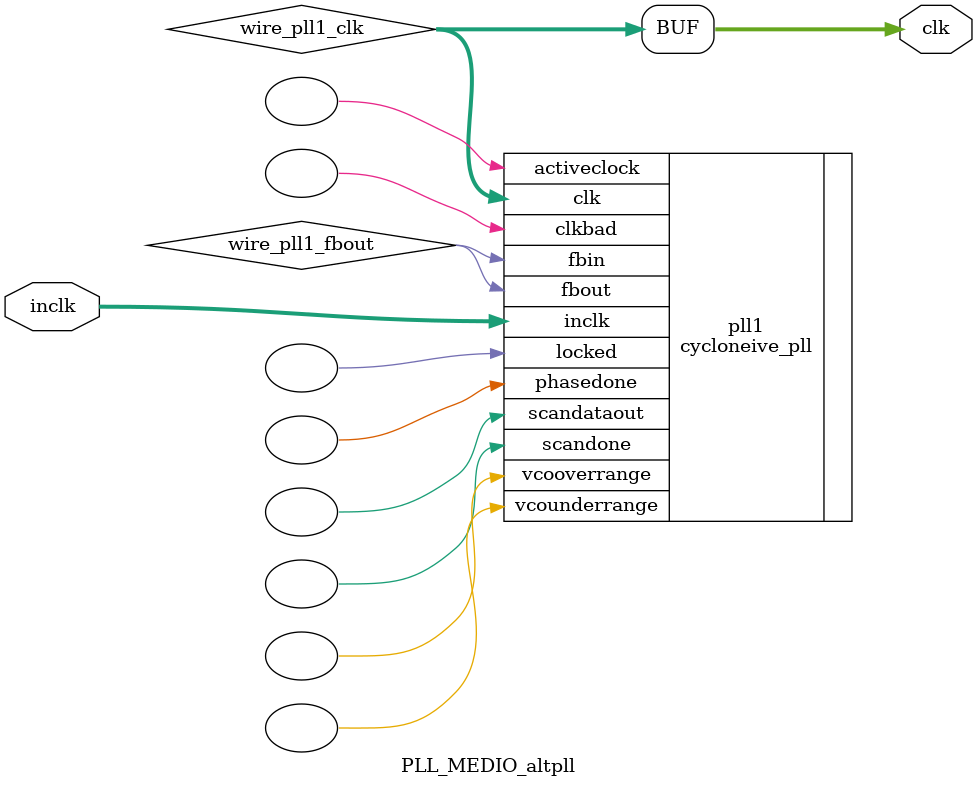
<source format=v>






//synthesis_resources = cycloneive_pll 1 
//synopsys translate_off
`timescale 1 ps / 1 ps
//synopsys translate_on
module  PLL_MEDIO_altpll
	( 
	clk,
	inclk) /* synthesis synthesis_clearbox=1 */;
	output   [4:0]  clk;
	input   [1:0]  inclk;
`ifndef ALTERA_RESERVED_QIS
// synopsys translate_off
`endif
	tri0   [1:0]  inclk;
`ifndef ALTERA_RESERVED_QIS
// synopsys translate_on
`endif

	wire  [4:0]   wire_pll1_clk;
	wire  wire_pll1_fbout;

	cycloneive_pll   pll1
	( 
	.activeclock(),
	.clk(wire_pll1_clk),
	.clkbad(),
	.fbin(wire_pll1_fbout),
	.fbout(wire_pll1_fbout),
	.inclk(inclk),
	.locked(),
	.phasedone(),
	.scandataout(),
	.scandone(),
	.vcooverrange(),
	.vcounderrange()
	`ifndef FORMAL_VERIFICATION
	// synopsys translate_off
	`endif
	,
	.areset(1'b0),
	.clkswitch(1'b0),
	.configupdate(1'b0),
	.pfdena(1'b1),
	.phasecounterselect({3{1'b0}}),
	.phasestep(1'b0),
	.phaseupdown(1'b0),
	.scanclk(1'b0),
	.scanclkena(1'b1),
	.scandata(1'b0)
	`ifndef FORMAL_VERIFICATION
	// synopsys translate_on
	`endif
	);
	defparam
		pll1.bandwidth_type = "auto",
		pll1.clk0_divide_by = 4,
		pll1.clk0_duty_cycle = 50,
		pll1.clk0_multiply_by = 1,
		pll1.clk0_phase_shift = "0",
		pll1.compensate_clock = "clk0",
		pll1.inclk0_input_frequency = 20000,
		pll1.operation_mode = "normal",
		pll1.pll_type = "auto",
		pll1.lpm_type = "cycloneive_pll";
	assign
		clk = {wire_pll1_clk[4:0]};
endmodule //PLL_MEDIO_altpll
//VALID FILE

</source>
